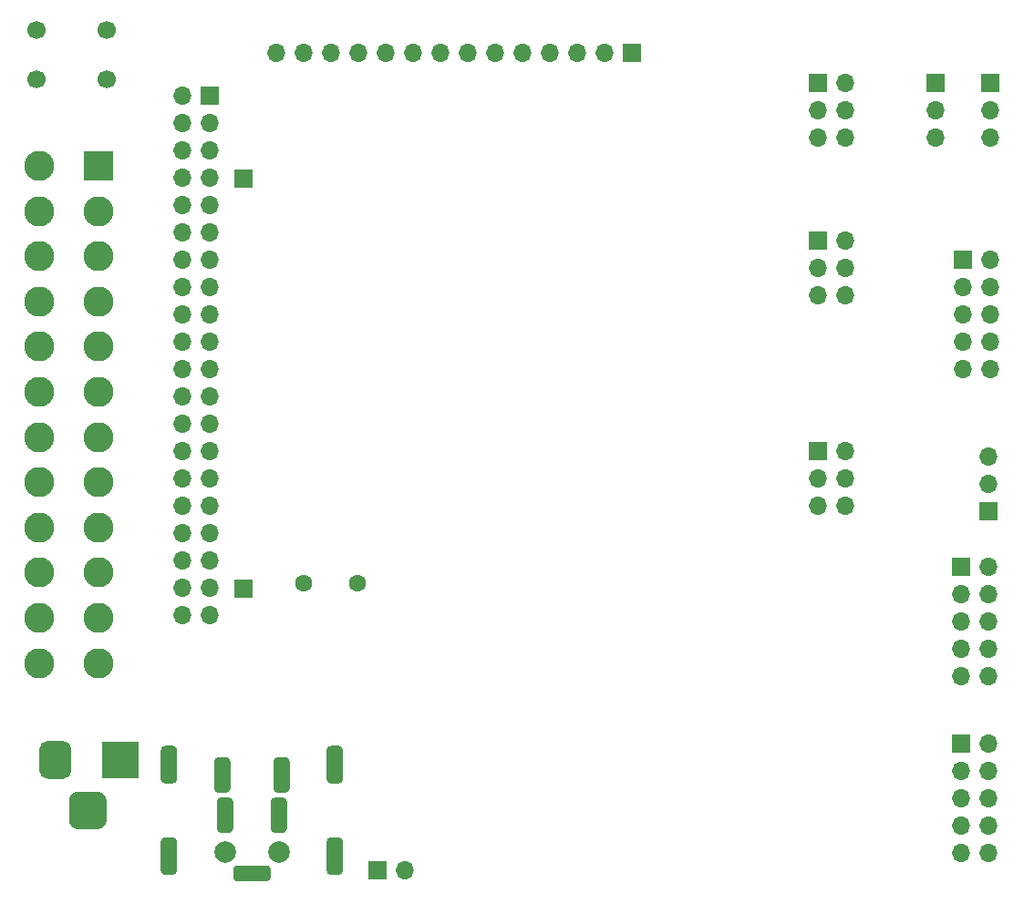
<source format=gbs>
%TF.GenerationSoftware,KiCad,Pcbnew,(5.1.6-0-10_14)*%
%TF.CreationDate,2020-09-19T09:16:02+09:00*%
%TF.ProjectId,qPCR-main,71504352-2d6d-4616-996e-2e6b69636164,rev?*%
%TF.SameCoordinates,Original*%
%TF.FileFunction,Soldermask,Bot*%
%TF.FilePolarity,Negative*%
%FSLAX46Y46*%
G04 Gerber Fmt 4.6, Leading zero omitted, Abs format (unit mm)*
G04 Created by KiCad (PCBNEW (5.1.6-0-10_14)) date 2020-09-19 09:16:02*
%MOMM*%
%LPD*%
G01*
G04 APERTURE LIST*
%ADD10O,1.700000X1.700000*%
%ADD11R,1.700000X1.700000*%
%ADD12C,1.600000*%
%ADD13R,3.500000X3.500000*%
%ADD14R,2.800000X2.800000*%
%ADD15C,2.800000*%
%ADD16C,2.000000*%
%ADD17C,1.700000*%
G04 APERTURE END LIST*
D10*
%TO.C,J1*%
X74783241Y-57135321D03*
X77323241Y-54595321D03*
X77323241Y-69835321D03*
X74783241Y-69835321D03*
X74783241Y-54595321D03*
X77323241Y-57135321D03*
X74783241Y-52055321D03*
D11*
X77323241Y-52055321D03*
D10*
X77323241Y-79995321D03*
X74783241Y-79995321D03*
X77323241Y-64755321D03*
X74783241Y-64755321D03*
X77323241Y-85075321D03*
X74783241Y-85075321D03*
X77323241Y-67295321D03*
X74783241Y-67295321D03*
X77323241Y-62215321D03*
X74783241Y-62215321D03*
X77323241Y-74915321D03*
X74783241Y-74915321D03*
X77323241Y-97775321D03*
X74783241Y-97775321D03*
X77323241Y-92695321D03*
X74783241Y-92695321D03*
X77323241Y-95235321D03*
X74783241Y-95235321D03*
X77323241Y-72375321D03*
X74783241Y-72375321D03*
X77323241Y-90155321D03*
X74783241Y-90155321D03*
X77323241Y-59675321D03*
X74783241Y-59675321D03*
X77323241Y-87615321D03*
X74783241Y-87615321D03*
X77323241Y-77455321D03*
X74783241Y-77455321D03*
X77323241Y-82535321D03*
X74783241Y-82535321D03*
X77323241Y-100315321D03*
X74783241Y-100315321D03*
%TD*%
D11*
%TO.C,BODY1*%
X147116800Y-112242600D03*
D10*
X149656800Y-112242600D03*
X147116800Y-114782600D03*
X149656800Y-114782600D03*
X147116800Y-117322600D03*
X149656800Y-117322600D03*
X147116800Y-119862600D03*
X149656800Y-119862600D03*
X147116800Y-122402600D03*
X149656800Y-122402600D03*
%TD*%
D12*
%TO.C,C17*%
X86055200Y-97332800D03*
X91055200Y-97332800D03*
%TD*%
D11*
%TO.C,J2*%
X149656800Y-90652600D03*
D10*
X149656800Y-88112600D03*
X149656800Y-85572600D03*
%TD*%
D11*
%TO.C,GPIO7*%
X80518000Y-59690000D03*
%TD*%
%TO.C,GPIO25*%
X80518000Y-97790000D03*
%TD*%
%TO.C,J5*%
X133807200Y-85064600D03*
D10*
X136347200Y-85064600D03*
X133807200Y-87604600D03*
X136347200Y-87604600D03*
X133807200Y-90144600D03*
X136347200Y-90144600D03*
%TD*%
D11*
%TO.C,J6*%
X133807200Y-65455800D03*
D10*
X136347200Y-65455800D03*
X133807200Y-67995800D03*
X136347200Y-67995800D03*
X133807200Y-70535800D03*
X136347200Y-70535800D03*
%TD*%
D11*
%TO.C,J7*%
X133807200Y-50800000D03*
D10*
X136347200Y-50800000D03*
X133807200Y-53340000D03*
X136347200Y-53340000D03*
X133807200Y-55880000D03*
X136347200Y-55880000D03*
%TD*%
%TO.C,J8*%
G36*
G01*
X64287200Y-119316200D02*
X64287200Y-117566200D01*
G75*
G02*
X65162200Y-116691200I875000J0D01*
G01*
X66912200Y-116691200D01*
G75*
G02*
X67787200Y-117566200I0J-875000D01*
G01*
X67787200Y-119316200D01*
G75*
G02*
X66912200Y-120191200I-875000J0D01*
G01*
X65162200Y-120191200D01*
G75*
G02*
X64287200Y-119316200I0J875000D01*
G01*
G37*
G36*
G01*
X61537200Y-114741200D02*
X61537200Y-112741200D01*
G75*
G02*
X62287200Y-111991200I750000J0D01*
G01*
X63787200Y-111991200D01*
G75*
G02*
X64537200Y-112741200I0J-750000D01*
G01*
X64537200Y-114741200D01*
G75*
G02*
X63787200Y-115491200I-750000J0D01*
G01*
X62287200Y-115491200D01*
G75*
G02*
X61537200Y-114741200I0J750000D01*
G01*
G37*
D13*
X69037200Y-113741200D03*
%TD*%
D14*
%TO.C,J9*%
X67056000Y-58547000D03*
D15*
X67056000Y-62747000D03*
X67056000Y-66947000D03*
X67056000Y-71147000D03*
X67056000Y-75347000D03*
X67056000Y-79547000D03*
X67056000Y-83747000D03*
X67056000Y-87947000D03*
X67056000Y-92147000D03*
X67056000Y-96347000D03*
X67056000Y-100547000D03*
X67056000Y-104747000D03*
X61556000Y-58547000D03*
X61556000Y-62747000D03*
X61556000Y-66947000D03*
X61556000Y-71147000D03*
X61556000Y-75347000D03*
X61556000Y-79547000D03*
X61556000Y-83747000D03*
X61556000Y-87947000D03*
X61556000Y-92147000D03*
X61556000Y-96347000D03*
X61556000Y-100547000D03*
X61556000Y-104747000D03*
%TD*%
D11*
%TO.C,J10*%
X144780000Y-50800000D03*
D10*
X144780000Y-53340000D03*
X144780000Y-55880000D03*
%TD*%
D11*
%TO.C,J11*%
X149860000Y-50800000D03*
D10*
X149860000Y-53340000D03*
X149860000Y-55880000D03*
%TD*%
D11*
%TO.C,J_12V1*%
X92964000Y-123952000D03*
D10*
X95504000Y-123952000D03*
%TD*%
D11*
%TO.C,LED*%
X147320000Y-67284600D03*
D10*
X149860000Y-67284600D03*
X147320000Y-69824600D03*
X149860000Y-69824600D03*
X147320000Y-72364600D03*
X149860000Y-72364600D03*
X147320000Y-74904600D03*
X149860000Y-74904600D03*
X147320000Y-77444600D03*
X149860000Y-77444600D03*
%TD*%
D11*
%TO.C,LID*%
X147116800Y-95758000D03*
D10*
X149656800Y-95758000D03*
X147116800Y-98298000D03*
X149656800Y-98298000D03*
X147116800Y-100838000D03*
X149656800Y-100838000D03*
X147116800Y-103378000D03*
X149656800Y-103378000D03*
X147116800Y-105918000D03*
X149656800Y-105918000D03*
%TD*%
D11*
%TO.C,PHOTOSENSING*%
X116586000Y-48006000D03*
D10*
X114046000Y-48006000D03*
X111506000Y-48006000D03*
X108966000Y-48006000D03*
X106426000Y-48006000D03*
X103886000Y-48006000D03*
X101346000Y-48006000D03*
X98806000Y-48006000D03*
X96266000Y-48006000D03*
X93726000Y-48006000D03*
X91186000Y-48006000D03*
X88646000Y-48006000D03*
X86106000Y-48006000D03*
X83566000Y-48006000D03*
%TD*%
D16*
%TO.C,U1*%
X83780000Y-122284000D03*
X78780000Y-122284000D03*
G36*
G01*
X89730000Y-121309000D02*
X89730000Y-124059000D01*
G75*
G02*
X89355000Y-124434000I-375000J0D01*
G01*
X88605000Y-124434000D01*
G75*
G02*
X88230000Y-124059000I0J375000D01*
G01*
X88230000Y-121309000D01*
G75*
G02*
X88605000Y-120934000I375000J0D01*
G01*
X89355000Y-120934000D01*
G75*
G02*
X89730000Y-121309000I0J-375000D01*
G01*
G37*
G36*
G01*
X74330000Y-121309000D02*
X74330000Y-124059000D01*
G75*
G02*
X73955000Y-124434000I-375000J0D01*
G01*
X73205000Y-124434000D01*
G75*
G02*
X72830000Y-124059000I0J375000D01*
G01*
X72830000Y-121309000D01*
G75*
G02*
X73205000Y-120934000I375000J0D01*
G01*
X73955000Y-120934000D01*
G75*
G02*
X74330000Y-121309000I0J-375000D01*
G01*
G37*
G36*
G01*
X89730000Y-112809000D02*
X89730000Y-115559000D01*
G75*
G02*
X89355000Y-115934000I-375000J0D01*
G01*
X88605000Y-115934000D01*
G75*
G02*
X88230000Y-115559000I0J375000D01*
G01*
X88230000Y-112809000D01*
G75*
G02*
X88605000Y-112434000I375000J0D01*
G01*
X89355000Y-112434000D01*
G75*
G02*
X89730000Y-112809000I0J-375000D01*
G01*
G37*
G36*
G01*
X74330000Y-112809000D02*
X74330000Y-115559000D01*
G75*
G02*
X73955000Y-115934000I-375000J0D01*
G01*
X73205000Y-115934000D01*
G75*
G02*
X72830000Y-115559000I0J375000D01*
G01*
X72830000Y-112809000D01*
G75*
G02*
X73205000Y-112434000I375000J0D01*
G01*
X73955000Y-112434000D01*
G75*
G02*
X74330000Y-112809000I0J-375000D01*
G01*
G37*
G36*
G01*
X82655000Y-125034000D02*
X79905000Y-125034000D01*
G75*
G02*
X79530000Y-124659000I0J375000D01*
G01*
X79530000Y-123909000D01*
G75*
G02*
X79905000Y-123534000I375000J0D01*
G01*
X82655000Y-123534000D01*
G75*
G02*
X83030000Y-123909000I0J-375000D01*
G01*
X83030000Y-124659000D01*
G75*
G02*
X82655000Y-125034000I-375000J0D01*
G01*
G37*
G36*
G01*
X83030000Y-120159000D02*
X83030000Y-117609000D01*
G75*
G02*
X83405000Y-117234000I375000J0D01*
G01*
X84155000Y-117234000D01*
G75*
G02*
X84530000Y-117609000I0J-375000D01*
G01*
X84530000Y-120159000D01*
G75*
G02*
X84155000Y-120534000I-375000J0D01*
G01*
X83405000Y-120534000D01*
G75*
G02*
X83030000Y-120159000I0J375000D01*
G01*
G37*
G36*
G01*
X78030000Y-120159000D02*
X78030000Y-117609000D01*
G75*
G02*
X78405000Y-117234000I375000J0D01*
G01*
X79155000Y-117234000D01*
G75*
G02*
X79530000Y-117609000I0J-375000D01*
G01*
X79530000Y-120159000D01*
G75*
G02*
X79155000Y-120534000I-375000J0D01*
G01*
X78405000Y-120534000D01*
G75*
G02*
X78030000Y-120159000I0J375000D01*
G01*
G37*
G36*
G01*
X83280000Y-116409000D02*
X83280000Y-113859000D01*
G75*
G02*
X83655000Y-113484000I375000J0D01*
G01*
X84405000Y-113484000D01*
G75*
G02*
X84780000Y-113859000I0J-375000D01*
G01*
X84780000Y-116409000D01*
G75*
G02*
X84405000Y-116784000I-375000J0D01*
G01*
X83655000Y-116784000D01*
G75*
G02*
X83280000Y-116409000I0J375000D01*
G01*
G37*
G36*
G01*
X77780000Y-116409000D02*
X77780000Y-113859000D01*
G75*
G02*
X78155000Y-113484000I375000J0D01*
G01*
X78905000Y-113484000D01*
G75*
G02*
X79280000Y-113859000I0J-375000D01*
G01*
X79280000Y-116409000D01*
G75*
G02*
X78905000Y-116784000I-375000J0D01*
G01*
X78155000Y-116784000D01*
G75*
G02*
X77780000Y-116409000I0J375000D01*
G01*
G37*
%TD*%
D17*
%TO.C,SW1*%
X67772280Y-50464720D03*
X61272280Y-50464720D03*
X67772280Y-45964720D03*
X61272280Y-45964720D03*
%TD*%
M02*

</source>
